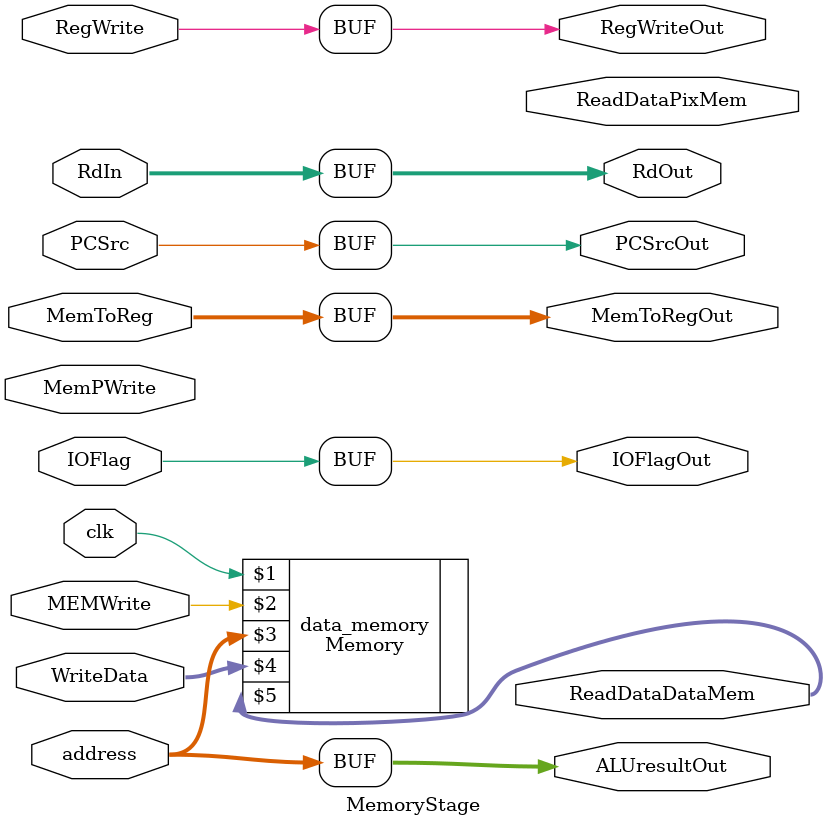
<source format=sv>
/**
*********************************************************************
		Instituto Tecnologico de Costa Rica 
			Ingenieria en Electronica

						MemoryStage
       
		Autores: Esteban Aguero Perez
					Michael Gonzalez Rivera
					Daniela Hernandez Alvarado
					
			Lenguaje: SystemVerilog
					Version: 1.0         
		Ultima Modificacion: 26/09/2018
	
	Entradas:- 6 operando de entrada
				- Clock
				- Bandera de lectura/escritura de memoria de datos
				- Bandera de lectura/escritura de memoria de pixeles
			   - Direccion de lectura/escritura (ambas memorias)
				- Dato a escribir
				- Registro destino (debe salir el mismo dato)
				
	Restricciones:
				- Entradas son de N bits 
	
   Salidas: - Dato leido de la memoria de datos
				- Dato leido de la memoria de pixeles
				- Resultado proveniente de la execute stage
				- Registro destino
            
		Arquitectura de Computadores I 2018
				Prof. Ronald Garcia
*********************************************************************
*/
module MemoryStage #(parameter N = 32) 
						  (input logic clk, MEMWrite, MemPWrite, PCSrc, RegWrite, IOFlag,
							input logic [1:0] MemToReg,
							input logic [N-1:0] address, WriteData,
							input logic [3:0] RdIn,
							output logic [N-1:0] ReadDataDataMem, ReadDataPixMem, ALUresultOut,
							output logic [3:0]  RdOut,
							output logic PCSrcOut, RegWriteOut, IOFlagOut,
							output logic [1:0] MemToRegOut);
	
	Memory data_memory(clk, MEMWrite, address, WriteData, ReadDataDataMem);

	assign ALUresultOut = address;
	assign RdOut = RdIn;
	assign PCSrcOut = PCSrc;
	assign RegWriteOut = RegWrite;
	assign IOFlagOut = IOFlag;
	assign MemToRegOut = MemToReg;
endmodule
</source>
